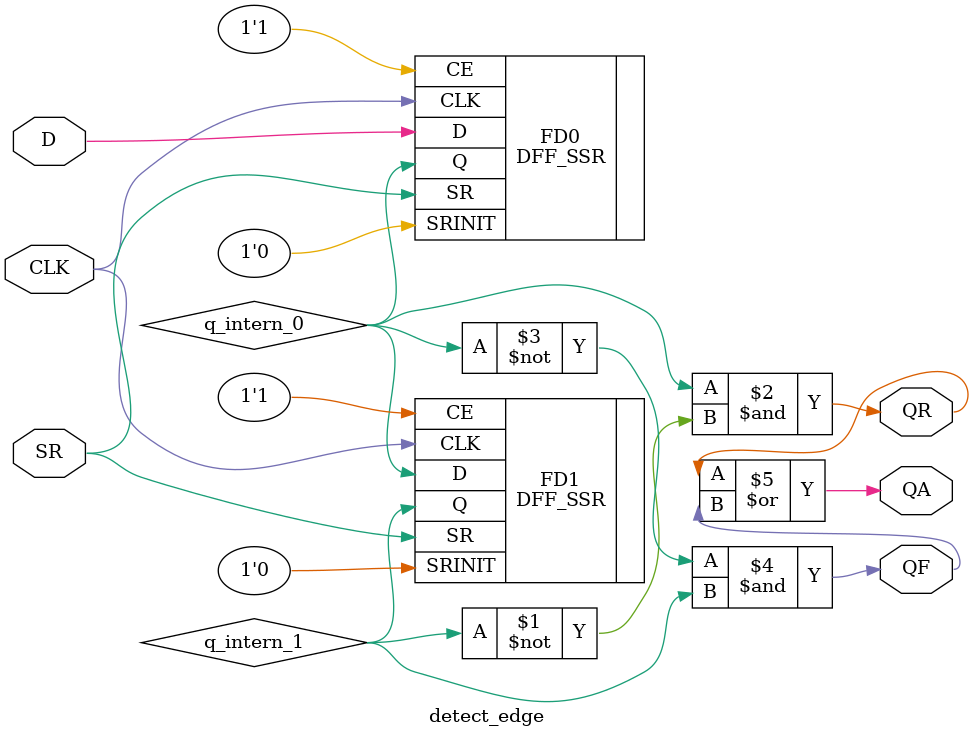
<source format=sv>
`timescale 1ns / 1ps


module detect_edge(
input CLK,
    input D,
    input SR,
    
    output wire QR,
    output wire QF,
    output wire QA
    );
    
    wire q_intern_0;
    wire q_intern_1;
    
    DFF_SSR FD0(.CLK(CLK), .D(D), .CE(1'b1), .SR(SR), .SRINIT(1'b0), .Q(q_intern_0));
    DFF_SSR FD1(.CLK(CLK), .D(q_intern_0), .CE(1'b1), .SR(SR), .SRINIT(1'b0), .Q(q_intern_1));
    
    
    assign QR = q_intern_0 & ~(q_intern_1);
    assign QF = ~(q_intern_0) & q_intern_1;
    assign QA = QR | QF;

endmodule

</source>
